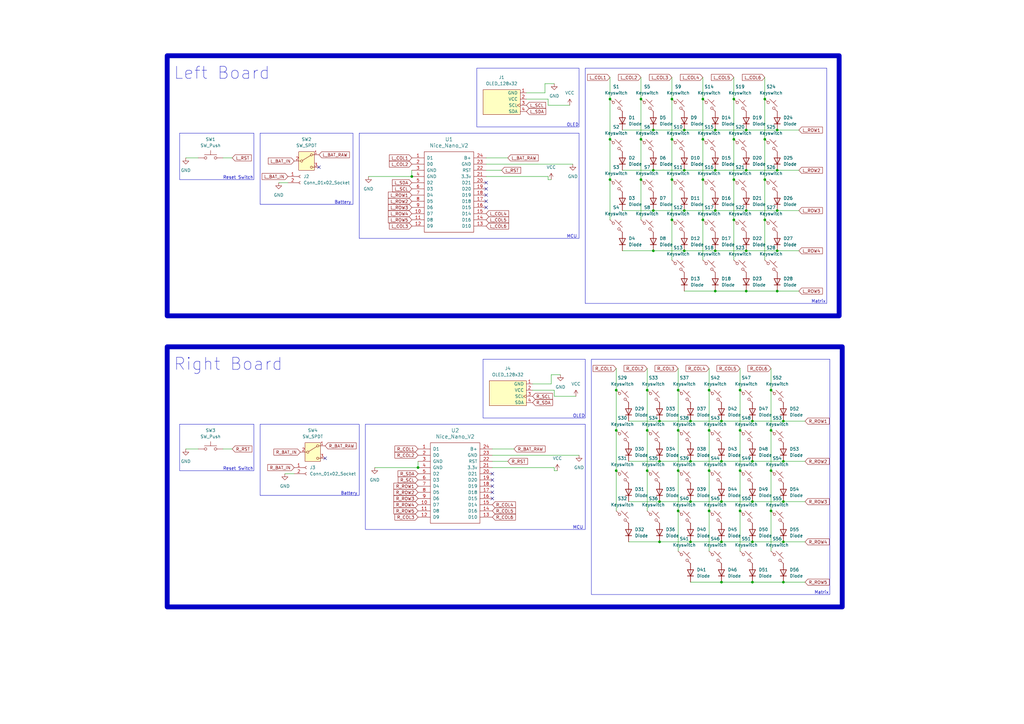
<source format=kicad_sch>
(kicad_sch (version 20230121) (generator eeschema)
  (paper "A3")
  (title_block (title "Blahajergo"))
  (junction (at 306.07 53.34))
  (junction (at 267.97 102.87))
  (junction (at 293.37 102.87))
  (junction (at 265.43 160.02))
  (junction (at 293.37 119.38))
  (junction (at 250.19 57.15))
  (junction (at 250.19 73.66))
  (junction (at 267.97 53.34))
  (junction (at 295.91 222.25))
  (junction (at 318.77 102.87))
  (junction (at 318.77 86.36))
  (junction (at 288.29 73.66))
  (junction (at 318.77 119.38))
  (junction (at 252.73 160.02))
  (junction (at 267.97 69.85))
  (junction (at 280.67 69.85))
  (junction (at 288.29 57.15))
  (junction (at 171.45 191.77))
  (junction (at 290.83 176.53))
  (junction (at 278.13 160.02))
  (junction (at 283.21 205.74))
  (junction (at 283.21 189.23))
  (junction (at 270.51 189.23))
  (junction (at 308.61 238.76))
  (junction (at 293.37 53.34))
  (junction (at 308.61 205.74))
  (junction (at 316.23 176.53))
  (junction (at 250.19 40.64))
  (junction (at 283.21 222.25))
  (junction (at 293.37 69.85))
  (junction (at 313.69 57.15))
  (junction (at 303.53 160.02))
  (junction (at 295.91 172.72))
  (junction (at 300.99 57.15))
  (junction (at 306.07 102.87))
  (junction (at 280.67 53.34))
  (junction (at 293.37 86.36))
  (junction (at 316.23 193.04))
  (junction (at 303.53 209.55))
  (junction (at 308.61 189.23))
  (junction (at 288.29 40.64))
  (junction (at 290.83 193.04))
  (junction (at 306.07 119.38))
  (junction (at 275.59 40.64))
  (junction (at 321.31 238.76))
  (junction (at 321.31 222.25))
  (junction (at 295.91 238.76))
  (junction (at 321.31 205.74))
  (junction (at 267.97 86.36))
  (junction (at 313.69 90.17))
  (junction (at 313.69 40.64))
  (junction (at 303.53 176.53))
  (junction (at 278.13 209.55))
  (junction (at 280.67 102.87))
  (junction (at 318.77 53.34))
  (junction (at 252.73 176.53))
  (junction (at 300.99 40.64))
  (junction (at 168.91 72.39))
  (junction (at 275.59 90.17))
  (junction (at 300.99 73.66))
  (junction (at 306.07 69.85))
  (junction (at 295.91 205.74))
  (junction (at 318.77 69.85))
  (junction (at 306.07 86.36))
  (junction (at 316.23 160.02))
  (junction (at 283.21 172.72))
  (junction (at 300.99 90.17))
  (junction (at 278.13 176.53))
  (junction (at 270.51 205.74))
  (junction (at 295.91 189.23))
  (junction (at 308.61 172.72))
  (junction (at 288.29 90.17))
  (junction (at 265.43 193.04))
  (junction (at 270.51 222.25))
  (junction (at 262.89 40.64))
  (junction (at 321.31 189.23))
  (junction (at 265.43 176.53))
  (junction (at 303.53 193.04))
  (junction (at 262.89 57.15))
  (junction (at 280.67 86.36))
  (junction (at 308.61 222.25))
  (junction (at 278.13 193.04))
  (junction (at 313.69 73.66))
  (junction (at 252.73 193.04))
  (junction (at 290.83 209.55))
  (junction (at 262.89 73.66))
  (junction (at 316.23 209.55))
  (junction (at 290.83 160.02))
  (junction (at 270.51 172.72))
  (junction (at 275.59 57.15))
  (junction (at 321.31 172.72))
  (junction (at 275.59 73.66))
  (no_connect (at 199.39 77.47))
  (no_connect (at 130.81 68.58))
  (no_connect (at 201.93 194.31))
  (no_connect (at 201.93 196.85))
  (no_connect (at 199.39 80.01))
  (no_connect (at 201.93 204.47))
  (no_connect (at 201.93 201.93))
  (no_connect (at 199.39 74.93))
  (no_connect (at 201.93 199.39))
  (no_connect (at 199.39 85.09))
  (no_connect (at 133.35 187.96))
  (no_connect (at 199.39 82.55))
  (wire (pts (xy 308.61 222.25) (xy 321.31 222.25)))
  (wire (pts (xy 278.13 193.04) (xy 278.13 209.55)))
  (wire (pts (xy 290.83 176.53) (xy 290.83 193.04)))
  (wire (pts (xy 313.69 31.75) (xy 313.69 40.64)))
  (wire (pts (xy 275.59 57.15) (xy 275.59 73.66)))
  (wire (pts (xy 76.2 184.15) (xy 81.28 184.15)))
  (wire (pts (xy 280.67 86.36) (xy 293.37 86.36)))
  (wire (pts (xy 151.13 72.39) (xy 168.91 72.39)))
  (wire (pts (xy 295.91 222.25) (xy 308.61 222.25)))
  (wire (pts (xy 327.66 102.87) (xy 318.77 102.87)))
  (wire (pts (xy 257.81 222.25) (xy 270.51 222.25)))
  (wire (pts (xy 308.61 172.72) (xy 321.31 172.72)))
  (wire (pts (xy 290.83 151.13) (xy 290.83 160.02)))
  (wire (pts (xy 330.2 172.72) (xy 321.31 172.72)))
  (wire (pts (xy 278.13 209.55) (xy 278.13 226.06)))
  (wire (pts (xy 227.33 193.04) (xy 227.33 191.77)))
  (wire (pts (xy 95.25 184.15) (xy 91.44 184.15)))
  (wire (pts (xy 252.73 193.04) (xy 252.73 209.55)))
  (wire (pts (xy 300.99 73.66) (xy 300.99 90.17)))
  (wire (pts (xy 300.99 57.15) (xy 300.99 73.66)))
  (wire (pts (xy 290.83 193.04) (xy 290.83 209.55)))
  (wire (pts (xy 306.07 86.36) (xy 318.77 86.36)))
  (wire (pts (xy 303.53 160.02) (xy 303.53 176.53)))
  (wire (pts (xy 262.89 73.66) (xy 262.89 90.17)))
  (wire (pts (xy 171.45 189.23) (xy 171.45 191.77)))
  (wire (pts (xy 327.66 69.85) (xy 318.77 69.85)))
  (wire (pts (xy 116.84 194.31) (xy 120.65 194.31)))
  (wire (pts (xy 278.13 176.53) (xy 278.13 193.04)))
  (wire (pts (xy 265.43 176.53) (xy 265.43 193.04)))
  (wire (pts (xy 224.79 72.39) (xy 199.39 72.39)))
  (wire (pts (xy 318.77 86.36) (xy 327.66 86.36)))
  (wire (pts (xy 316.23 151.13) (xy 316.23 160.02)))
  (wire (pts (xy 330.2 222.25) (xy 321.31 222.25)))
  (wire (pts (xy 318.77 119.38) (xy 327.66 119.38)))
  (wire (pts (xy 295.91 205.74) (xy 308.61 205.74)))
  (wire (pts (xy 306.07 102.87) (xy 318.77 102.87)))
  (wire (pts (xy 306.07 53.34) (xy 318.77 53.34)))
  (wire (pts (xy 300.99 31.75) (xy 300.99 40.64)))
  (wire (pts (xy 252.73 151.13) (xy 252.73 160.02)))
  (wire (pts (xy 270.51 189.23) (xy 283.21 189.23)))
  (wire (pts (xy 313.69 90.17) (xy 313.69 106.68)))
  (wire (pts (xy 295.91 238.76) (xy 308.61 238.76)))
  (wire (pts (xy 224.79 43.18) (xy 224.79 40.64)))
  (wire (pts (xy 290.83 209.55) (xy 290.83 226.06)))
  (wire (pts (xy 208.28 189.23) (xy 201.93 189.23)))
  (wire (pts (xy 227.33 160.02) (xy 218.44 160.02)))
  (wire (pts (xy 283.21 222.25) (xy 295.91 222.25)))
  (wire (pts (xy 303.53 151.13) (xy 303.53 160.02)))
  (wire (pts (xy 303.53 209.55) (xy 303.53 226.06)))
  (wire (pts (xy 306.07 119.38) (xy 318.77 119.38)))
  (wire (pts (xy 226.06 157.48) (xy 218.44 157.48)))
  (wire (pts (xy 303.53 193.04) (xy 303.53 209.55)))
  (wire (pts (xy 205.74 69.85) (xy 199.39 69.85)))
  (wire (pts (xy 76.2 64.77) (xy 81.28 64.77)))
  (wire (pts (xy 293.37 86.36) (xy 306.07 86.36)))
  (wire (pts (xy 280.67 102.87) (xy 293.37 102.87)))
  (wire (pts (xy 267.97 53.34) (xy 280.67 53.34)))
  (wire (pts (xy 306.07 69.85) (xy 318.77 69.85)))
  (wire (pts (xy 252.73 160.02) (xy 252.73 176.53)))
  (wire (pts (xy 283.21 238.76) (xy 295.91 238.76)))
  (wire (pts (xy 255.27 86.36) (xy 267.97 86.36)))
  (wire (pts (xy 237.49 186.69) (xy 201.93 186.69)))
  (wire (pts (xy 308.61 189.23) (xy 321.31 189.23)))
  (wire (pts (xy 228.6 193.04) (xy 227.33 193.04)))
  (wire (pts (xy 275.59 90.17) (xy 275.59 106.68)))
  (wire (pts (xy 293.37 69.85) (xy 306.07 69.85)))
  (wire (pts (xy 280.67 69.85) (xy 293.37 69.85)))
  (wire (pts (xy 313.69 40.64) (xy 313.69 57.15)))
  (wire (pts (xy 290.83 160.02) (xy 290.83 176.53)))
  (wire (pts (xy 255.27 69.85) (xy 267.97 69.85)))
  (wire (pts (xy 278.13 151.13) (xy 278.13 160.02)))
  (wire (pts (xy 226.06 73.66) (xy 224.79 73.66)))
  (wire (pts (xy 95.25 64.77) (xy 91.44 64.77)))
  (wire (pts (xy 316.23 160.02) (xy 316.23 176.53)))
  (wire (pts (xy 208.28 64.77) (xy 199.39 64.77)))
  (wire (pts (xy 236.22 162.56) (xy 227.33 162.56)))
  (wire (pts (xy 278.13 160.02) (xy 278.13 176.53)))
  (wire (pts (xy 275.59 40.64) (xy 275.59 57.15)))
  (wire (pts (xy 280.67 53.34) (xy 293.37 53.34)))
  (wire (pts (xy 321.31 205.74) (xy 330.2 205.74)))
  (wire (pts (xy 295.91 189.23) (xy 308.61 189.23)))
  (wire (pts (xy 250.19 57.15) (xy 250.19 73.66)))
  (wire (pts (xy 300.99 40.64) (xy 300.99 57.15)))
  (wire (pts (xy 275.59 31.75) (xy 275.59 40.64)))
  (wire (pts (xy 250.19 31.75) (xy 250.19 40.64)))
  (wire (pts (xy 280.67 119.38) (xy 293.37 119.38)))
  (wire (pts (xy 288.29 31.75) (xy 288.29 40.64)))
  (wire (pts (xy 267.97 69.85) (xy 280.67 69.85)))
  (wire (pts (xy 313.69 73.66) (xy 313.69 90.17)))
  (wire (pts (xy 300.99 90.17) (xy 300.99 106.68)))
  (wire (pts (xy 321.31 238.76) (xy 330.2 238.76)))
  (wire (pts (xy 288.29 73.66) (xy 288.29 90.17)))
  (wire (pts (xy 303.53 176.53) (xy 303.53 193.04)))
  (wire (pts (xy 270.51 222.25) (xy 283.21 222.25)))
  (wire (pts (xy 270.51 205.74) (xy 283.21 205.74)))
  (wire (pts (xy 224.79 40.64) (xy 215.9 40.64)))
  (wire (pts (xy 262.89 40.64) (xy 262.89 57.15)))
  (wire (pts (xy 114.3 74.93) (xy 118.11 74.93)))
  (wire (pts (xy 224.79 73.66) (xy 224.79 72.39)))
  (wire (pts (xy 265.43 151.13) (xy 265.43 160.02)))
  (wire (pts (xy 308.61 205.74) (xy 321.31 205.74)))
  (wire (pts (xy 283.21 205.74) (xy 295.91 205.74)))
  (wire (pts (xy 283.21 172.72) (xy 295.91 172.72)))
  (wire (pts (xy 229.87 153.67) (xy 226.06 153.67)))
  (wire (pts (xy 267.97 86.36) (xy 280.67 86.36)))
  (wire (pts (xy 226.06 153.67) (xy 226.06 157.48)))
  (wire (pts (xy 262.89 57.15) (xy 262.89 73.66)))
  (wire (pts (xy 265.43 160.02) (xy 265.43 176.53)))
  (wire (pts (xy 168.91 69.85) (xy 168.91 72.39)))
  (wire (pts (xy 262.89 31.75) (xy 262.89 40.64)))
  (wire (pts (xy 265.43 193.04) (xy 265.43 209.55)))
  (wire (pts (xy 275.59 73.66) (xy 275.59 90.17)))
  (wire (pts (xy 267.97 102.87) (xy 280.67 102.87)))
  (wire (pts (xy 233.68 43.18) (xy 224.79 43.18)))
  (wire (pts (xy 210.82 184.15) (xy 201.93 184.15)))
  (wire (pts (xy 293.37 119.38) (xy 306.07 119.38)))
  (wire (pts (xy 250.19 40.64) (xy 250.19 57.15)))
  (wire (pts (xy 255.27 53.34) (xy 267.97 53.34)))
  (wire (pts (xy 227.33 34.29) (xy 223.52 34.29)))
  (wire (pts (xy 270.51 172.72) (xy 283.21 172.72)))
  (wire (pts (xy 257.81 189.23) (xy 270.51 189.23)))
  (wire (pts (xy 234.95 67.31) (xy 199.39 67.31)))
  (wire (pts (xy 257.81 172.72) (xy 270.51 172.72)))
  (wire (pts (xy 316.23 193.04) (xy 316.23 209.55)))
  (wire (pts (xy 295.91 172.72) (xy 308.61 172.72)))
  (wire (pts (xy 223.52 34.29) (xy 223.52 38.1)))
  (wire (pts (xy 288.29 90.17) (xy 288.29 106.68)))
  (wire (pts (xy 308.61 238.76) (xy 321.31 238.76)))
  (wire (pts (xy 223.52 38.1) (xy 215.9 38.1)))
  (wire (pts (xy 330.2 189.23) (xy 321.31 189.23)))
  (wire (pts (xy 313.69 57.15) (xy 313.69 73.66)))
  (wire (pts (xy 283.21 189.23) (xy 295.91 189.23)))
  (wire (pts (xy 327.66 53.34) (xy 318.77 53.34)))
  (wire (pts (xy 316.23 209.55) (xy 316.23 226.06)))
  (wire (pts (xy 255.27 102.87) (xy 267.97 102.87)))
  (wire (pts (xy 227.33 191.77) (xy 201.93 191.77)))
  (wire (pts (xy 288.29 40.64) (xy 288.29 57.15)))
  (wire (pts (xy 316.23 176.53) (xy 316.23 193.04)))
  (wire (pts (xy 153.67 191.77) (xy 171.45 191.77)))
  (wire (pts (xy 250.19 73.66) (xy 250.19 90.17)))
  (wire (pts (xy 257.81 205.74) (xy 270.51 205.74)))
  (wire (pts (xy 293.37 102.87) (xy 306.07 102.87)))
  (wire (pts (xy 227.33 162.56) (xy 227.33 160.02)))
  (wire (pts (xy 288.29 57.15) (xy 288.29 73.66)))
  (wire (pts (xy 293.37 53.34) (xy 306.07 53.34)))
  (wire (pts (xy 252.73 176.53) (xy 252.73 193.04)))
  (rectangle (start 106.68 173.99) (end 147.32 203.2))
  (rectangle (start 149.86 173.99) (end 240.03 217.17))
  (rectangle (start 242.57 147.32) (end 340.36 243.84))
  (rectangle (start 68.58 142.24) (end 345.44 248.92) (stroke (width 2)))
  (rectangle (start 73.66 173.99) (end 104.14 193.04))
  (rectangle (start 195.58 27.94) (end 237.49 52.07))
  (rectangle (start 147.32 54.61) (end 237.49 97.79))
  (rectangle (start 106.68 54.61) (end 144.78 83.82))
  (rectangle (start 68.58 22.86) (end 344.17 129.54) (stroke (width 2)))
  (rectangle (start 73.66 54.61) (end 104.14 73.66))
  (rectangle (start 198.12 147.32) (end 240.03 171.45))
  (rectangle (start 240.03 27.94) (end 339.09 124.46))
  (text "OLED" (at 234.95 171.45 0) (effects (font (size 1.27 1.27)) (justify left bottom)))
  (text "Right Board" (at 71.12 152.4 0) (effects (font (size 5 5)) (justify left bottom)))
  (text "MCU" (at 234.95 217.17 0) (effects (font (size 1.27 1.27)) (justify left bottom)))
  (text "Battery" (at 139.7 203.2 0) (effects (font (size 1.27 1.27)) (justify left bottom)))
  (text "MCU" (at 232.41 97.79 0) (effects (font (size 1.27 1.27)) (justify left bottom)))
  (text "Reset Switch" (at 91.44 73.66 0) (effects (font (size 1.27 1.27)) (justify left bottom)))
  (text "Left Board" (at 71.12 33.02 0) (effects (font (size 5 5)) (justify left bottom)))
  (text "Reset Switch" (at 91.44 193.04 0) (effects (font (size 1.27 1.27)) (justify left bottom)))
  (text "OLED" (at 232.41 52.07 0) (effects (font (size 1.27 1.27)) (justify left bottom)))
  (text "Matrix" (at 334.01 243.84 0) (effects (font (size 1.27 1.27)) (justify left bottom)))
  (text "Matrix" (at 332.74 124.46 0) (effects (font (size 1.27 1.27)) (justify left bottom)))
  (text "Battery" (at 137.16 83.82 0) (effects (font (size 1.27 1.27)) (justify left bottom)))
  (global_label "R_ROW2" (shape input) (at 330.2 189.23 0) (property "Intersheetrefs" "${INTERSHEET_REFS}" (effects hide)))
  (global_label "L_COL4" (shape input) (at 199.39 87.63 0) (property "Intersheetrefs" "${INTERSHEET_REFS}" (effects hide)))
  (global_label "R_ROW2" (shape input) (at 171.45 201.93 180) (property "Intersheetrefs" "${INTERSHEET_REFS}" (effects hide)))
  (global_label "L_RST" (shape input) (at 95.25 64.77 0) (property "Intersheetrefs" "${INTERSHEET_REFS}" (effects hide)))
  (global_label "L_COL5" (shape input) (at 300.99 31.75 180) (property "Intersheetrefs" "${INTERSHEET_REFS}" (effects hide)))
  (global_label "L_ROW1" (shape input) (at 327.66 53.34 0) (property "Intersheetrefs" "${INTERSHEET_REFS}" (effects hide)))
  (global_label "R_ROW1" (shape input) (at 171.45 199.39 180) (property "Intersheetrefs" "${INTERSHEET_REFS}" (effects hide)))
  (global_label "L_ROW4" (shape input) (at 327.66 102.87 0) (property "Intersheetrefs" "${INTERSHEET_REFS}" (effects hide)))
  (global_label "R_ROW4" (shape input) (at 171.45 207.01 180) (property "Intersheetrefs" "${INTERSHEET_REFS}" (effects hide)))
  (global_label "R_COL1" (shape input) (at 171.45 184.15 180) (property "Intersheetrefs" "${INTERSHEET_REFS}" (effects hide)))
  (global_label "L_COL4" (shape input) (at 288.29 31.75 180) (property "Intersheetrefs" "${INTERSHEET_REFS}" (effects hide)))
  (global_label "L_ROW2" (shape input) (at 168.91 82.55 180) (property "Intersheetrefs" "${INTERSHEET_REFS}" (effects hide)))
  (global_label "R_ROW3" (shape input) (at 171.45 204.47 180) (property "Intersheetrefs" "${INTERSHEET_REFS}" (effects hide)))
  (global_label "R_COL1" (shape input) (at 252.73 151.13 180) (property "Intersheetrefs" "${INTERSHEET_REFS}" (effects hide)))
  (global_label "L_ROW2" (shape input) (at 327.66 69.85 0) (property "Intersheetrefs" "${INTERSHEET_REFS}" (effects hide)))
  (global_label "L_SCL" (shape input) (at 215.9 43.18 0) (property "Intersheetrefs" "${INTERSHEET_REFS}" (effects hide)))
  (global_label "R_ROW5" (shape input) (at 330.2 238.76 0) (property "Intersheetrefs" "${INTERSHEET_REFS}" (effects hide)))
  (global_label "L_ROW5" (shape input) (at 168.91 90.17 180) (property "Intersheetrefs" "${INTERSHEET_REFS}" (effects hide)))
  (global_label "L_COL1" (shape input) (at 250.19 31.75 180) (property "Intersheetrefs" "${INTERSHEET_REFS}" (effects hide)))
  (global_label "R_SDA" (shape input) (at 218.44 165.1 0) (property "Intersheetrefs" "${INTERSHEET_REFS}" (effects hide)))
  (global_label "R_COL5" (shape input) (at 201.93 209.55 0) (property "Intersheetrefs" "${INTERSHEET_REFS}" (effects hide)))
  (global_label "R_RST" (shape input) (at 95.25 184.15 0) (property "Intersheetrefs" "${INTERSHEET_REFS}" (effects hide)))
  (global_label "R_BAT_RAW" (shape input) (at 133.35 182.88 0) (property "Intersheetrefs" "${INTERSHEET_REFS}" (effects hide)))
  (global_label "L_ROW4" (shape input) (at 168.91 87.63 180) (property "Intersheetrefs" "${INTERSHEET_REFS}" (effects hide)))
  (global_label "L_COL2" (shape input) (at 168.91 67.31 180) (property "Intersheetrefs" "${INTERSHEET_REFS}" (effects hide)))
  (global_label "R_COL2" (shape input) (at 171.45 186.69 180) (property "Intersheetrefs" "${INTERSHEET_REFS}" (effects hide)))
  (global_label "L_BAT_RAW" (shape input) (at 208.28 64.77 0) (property "Intersheetrefs" "${INTERSHEET_REFS}" (effects hide)))
  (global_label "L_BAT_RAW" (shape input) (at 130.81 63.5 0) (property "Intersheetrefs" "${INTERSHEET_REFS}" (effects hide)))
  (global_label "L_COL6" (shape input) (at 199.39 92.71 0) (property "Intersheetrefs" "${INTERSHEET_REFS}" (effects hide)))
  (global_label "R_SCL" (shape input) (at 171.45 196.85 180) (property "Intersheetrefs" "${INTERSHEET_REFS}" (effects hide)))
  (global_label "R_COL4" (shape input) (at 201.93 207.01 0) (property "Intersheetrefs" "${INTERSHEET_REFS}" (effects hide)))
  (global_label "L_COL3" (shape input) (at 275.59 31.75 180) (property "Intersheetrefs" "${INTERSHEET_REFS}" (effects hide)))
  (global_label "R_COL3" (shape input) (at 171.45 212.09 180) (property "Intersheetrefs" "${INTERSHEET_REFS}" (effects hide)))
  (global_label "R_COL5" (shape input) (at 303.53 151.13 180) (property "Intersheetrefs" "${INTERSHEET_REFS}" (effects hide)))
  (global_label "L_COL6" (shape input) (at 313.69 31.75 180) (property "Intersheetrefs" "${INTERSHEET_REFS}" (effects hide)))
  (global_label "R_COL6" (shape input) (at 316.23 151.13 180) (property "Intersheetrefs" "${INTERSHEET_REFS}" (effects hide)))
  (global_label "R_SCL" (shape input) (at 218.44 162.56 0) (property "Intersheetrefs" "${INTERSHEET_REFS}" (effects hide)))
  (global_label "R_COL4" (shape input) (at 290.83 151.13 180) (property "Intersheetrefs" "${INTERSHEET_REFS}" (effects hide)))
  (global_label "L_SDA" (shape input) (at 168.91 74.93 180) (property "Intersheetrefs" "${INTERSHEET_REFS}" (effects hide)))
  (global_label "R_SDA" (shape input) (at 171.45 194.31 180) (property "Intersheetrefs" "${INTERSHEET_REFS}" (effects hide)))
  (global_label "L_SCL" (shape input) (at 168.91 77.47 180) (property "Intersheetrefs" "${INTERSHEET_REFS}" (effects hide)))
  (global_label "L_ROW5" (shape input) (at 327.66 119.38 0) (property "Intersheetrefs" "${INTERSHEET_REFS}" (effects hide)))
  (global_label "R_BAT_IN" (shape input) (at 123.19 185.42 180) (property "Intersheetrefs" "${INTERSHEET_REFS}" (effects hide)))
  (global_label "R_COL2" (shape input) (at 265.43 151.13 180) (property "Intersheetrefs" "${INTERSHEET_REFS}" (effects hide)))
  (global_label "L_ROW3" (shape input) (at 168.91 85.09 180) (property "Intersheetrefs" "${INTERSHEET_REFS}" (effects hide)))
  (global_label "L_COL3" (shape input) (at 168.91 92.71 180) (property "Intersheetrefs" "${INTERSHEET_REFS}" (effects hide)))
  (global_label "R_ROW5" (shape input) (at 171.45 209.55 180) (property "Intersheetrefs" "${INTERSHEET_REFS}" (effects hide)))
  (global_label "L_BAT_IN" (shape input) (at 120.65 66.04 180) (property "Intersheetrefs" "${INTERSHEET_REFS}" (effects hide)))
  (global_label "L_BAT_IN" (shape input) (at 118.11 72.39 180) (property "Intersheetrefs" "${INTERSHEET_REFS}" (effects hide)))
  (global_label "L_COL1" (shape input) (at 168.91 64.77 180) (property "Intersheetrefs" "${INTERSHEET_REFS}" (effects hide)))
  (global_label "R_BAT_RAW" (shape input) (at 210.82 184.15 0) (property "Intersheetrefs" "${INTERSHEET_REFS}" (effects hide)))
  (global_label "L_ROW3" (shape input) (at 327.66 86.36 0) (property "Intersheetrefs" "${INTERSHEET_REFS}" (effects hide)))
  (global_label "R_RST" (shape input) (at 208.28 189.23 0) (property "Intersheetrefs" "${INTERSHEET_REFS}" (effects hide)))
  (global_label "L_RST" (shape input) (at 205.74 69.85 0) (property "Intersheetrefs" "${INTERSHEET_REFS}" (effects hide)))
  (global_label "R_COL6" (shape input) (at 201.93 212.09 0) (property "Intersheetrefs" "${INTERSHEET_REFS}" (effects hide)))
  (global_label "L_COL2" (shape input) (at 262.89 31.75 180) (property "Intersheetrefs" "${INTERSHEET_REFS}" (effects hide)))
  (global_label "R_ROW1" (shape input) (at 330.2 172.72 0) (property "Intersheetrefs" "${INTERSHEET_REFS}" (effects hide)))
  (global_label "R_BAT_IN" (shape input) (at 120.65 191.77 180) (property "Intersheetrefs" "${INTERSHEET_REFS}" (effects hide)))
  (global_label "L_SDA" (shape input) (at 215.9 45.72 0) (property "Intersheetrefs" "${INTERSHEET_REFS}" (effects hide)))
  (global_label "L_ROW1" (shape input) (at 168.91 80.01 180) (property "Intersheetrefs" "${INTERSHEET_REFS}" (effects hide)))
  (global_label "R_ROW3" (shape input) (at 330.2 205.74 0) (property "Intersheetrefs" "${INTERSHEET_REFS}" (effects hide)))
  (global_label "R_COL3" (shape input) (at 278.13 151.13 180) (property "Intersheetrefs" "${INTERSHEET_REFS}" (effects hide)))
  (global_label "L_COL5" (shape input) (at 199.39 90.17 0) (property "Intersheetrefs" "${INTERSHEET_REFS}" (effects hide)))
  (global_label "R_ROW4" (shape input) (at 330.2 222.25 0) (property "Intersheetrefs" "${INTERSHEET_REFS}" (effects hide)))
  (symbol (lib_id "ScottoKeebs:Placeholder_Keyswitch") (at 267.97 162.56 0) (unit 1)
    (property "Reference" "S33" (at 267.97 154.94 0))
    (property "Value" "Keyswitch" (at 267.97 157.48 0))
    (property "Footprint" "ScottoKeebs_Hotswap:Hotswap_Choc_V1" (effects hide))
  )
  (symbol (lib_id "Switch:SW_SPDT") (at 128.27 185.42 0) (unit 1)
    (property "Reference" "SW4" (at 128.27 176.53 0))
    (property "Value" "SW_SPDT" (at 128.27 179.07 0))
    (property "Footprint" "chinh4thepro:SPDT_C128955" (effects hide))
  )
  (symbol (lib_id "ScottoKeebs:Placeholder_Diode") (at 306.07 66.04 90) (unit 1)
    (property "Reference" "D20" (at 308.61 64.77 90) (effects (justify right)))
    (property "Value" "Diode" (at 308.61 67.31 90) (effects (justify right)))
    (property "Footprint" "chinh4thepro:ComboDiode" (effects hide))
    (property "Sim.Device" "D" (effects hide))
    (property "Sim.Pins" "1=K 2=A" (effects hide))
  )
  (symbol (lib_id "ScottoKeebs:Placeholder_Keyswitch") (at 280.67 162.56 0) (unit 1)
    (property "Reference" "S37" (at 280.67 154.94 0))
    (property "Value" "Keyswitch" (at 280.67 157.48 0))
    (property "Footprint" "ScottoKeebs_Hotswap:Hotswap_Choc_V1" (effects hide))
  )
  (symbol (lib_id "ScottoKeebs:Placeholder_Keyswitch") (at 290.83 109.22 0) (unit 1)
    (property "Reference" "S18" (at 290.83 101.6 0))
    (property "Value" "Keyswitch" (at 290.83 104.14 0))
    (property "Footprint" "ScottoKeebs_Hotswap:Hotswap_Choc_V1" (effects hide))
  )
  (symbol (lib_id "ScottoKeebs:Placeholder_Diode") (at 295.91 218.44 90) (unit 1)
    (property "Reference" "D45" (at 298.45 217.17 90) (effects (justify right)))
    (property "Value" "Diode" (at 298.45 219.71 90) (effects (justify right)))
    (property "Footprint" "chinh4thepro:ComboDiode" (effects hide))
    (property "Sim.Device" "D" (effects hide))
    (property "Sim.Pins" "1=K 2=A" (effects hide))
  )
  (symbol (lib_id "power:GND") (at 153.67 191.77 0) (unit 1)
    (property "Reference" "#PWR010" (effects hide))
    (property "Value" "GND" (at 153.67 196.85 0))
  )
  (symbol (lib_id "ScottoKeebs:Placeholder_Keyswitch") (at 280.67 228.6 0) (unit 1)
    (property "Reference" "S41" (at 280.67 220.98 0))
    (property "Value" "Keyswitch" (at 280.67 223.52 0))
    (property "Footprint" "ScottoKeebs_Hotswap:Hotswap_Choc_V1" (effects hide))
  )
  (symbol (lib_id "power:GND") (at 151.13 72.39 0) (unit 1)
    (property "Reference" "#PWR03" (effects hide))
    (property "Value" "GND" (at 151.13 77.47 0))
  )
  (symbol (lib_id "ScottoKeebs:Placeholder_Diode") (at 306.07 99.06 90) (unit 1)
    (property "Reference" "D22" (at 308.61 97.79 90) (effects (justify right)))
    (property "Value" "Diode" (at 308.61 100.33 90) (effects (justify right)))
    (property "Footprint" "chinh4thepro:ComboDiode" (effects hide))
    (property "Sim.Device" "D" (effects hide))
    (property "Sim.Pins" "1=K 2=A" (effects hide))
  )
  (symbol (lib_id "ScottoKeebs:Placeholder_Keyswitch") (at 303.53 59.69 0) (unit 1)
    (property "Reference" "S20" (at 303.53 52.07 0))
    (property "Value" "Keyswitch" (at 303.53 54.61 0))
    (property "Footprint" "ScottoKeebs_Hotswap:Hotswap_Choc_V1" (effects hide))
  )
  (symbol (lib_id "ScottoKeebs:Placeholder_Diode") (at 255.27 82.55 90) (unit 1)
    (property "Reference" "D3" (at 257.81 81.28 90) (effects (justify right)))
    (property "Value" "Diode" (at 257.81 83.82 90) (effects (justify right)))
    (property "Footprint" "chinh4thepro:ComboDiode" (effects hide))
    (property "Sim.Device" "D" (effects hide))
    (property "Sim.Pins" "1=K 2=A" (effects hide))
  )
  (symbol (lib_id "ScottoKeebs:Placeholder_Keyswitch") (at 265.43 92.71 0) (unit 1)
    (property "Reference" "S8" (at 265.43 85.09 0))
    (property "Value" "Keyswitch" (at 265.43 87.63 0))
    (property "Footprint" "ScottoKeebs_Hotswap:Hotswap_Choc_V1" (effects hide))
  )
  (symbol (lib_id "ScottoKeebs:Placeholder_Diode") (at 280.67 115.57 90) (unit 1)
    (property "Reference" "D13" (at 283.21 114.3 90) (effects (justify right)))
    (property "Value" "Diode" (at 283.21 116.84 90) (effects (justify right)))
    (property "Footprint" "chinh4thepro:ComboDiode" (effects hide))
    (property "Sim.Device" "D" (effects hide))
    (property "Sim.Pins" "1=K 2=A" (effects hide))
  )
  (symbol (lib_id "ScottoKeebs:Placeholder_Diode") (at 257.81 185.42 90) (unit 1)
    (property "Reference" "D30" (at 260.35 184.15 90) (effects (justify right)))
    (property "Value" "Diode" (at 260.35 186.69 90) (effects (justify right)))
    (property "Footprint" "chinh4thepro:ComboDiode" (effects hide))
    (property "Sim.Device" "D" (effects hide))
    (property "Sim.Pins" "1=K 2=A" (effects hide))
  )
  (symbol (lib_id "ScottoKeebs:Placeholder_Diode") (at 308.61 201.93 90) (unit 1)
    (property "Reference" "D49" (at 311.15 200.66 90) (effects (justify right)))
    (property "Value" "Diode" (at 311.15 203.2 90) (effects (justify right)))
    (property "Footprint" "chinh4thepro:ComboDiode" (effects hide))
    (property "Sim.Device" "D" (effects hide))
    (property "Sim.Pins" "1=K 2=A" (effects hide))
  )
  (symbol (lib_id "ScottoKeebs:Placeholder_Keyswitch") (at 255.27 195.58 0) (unit 1)
    (property "Reference" "S31" (at 255.27 187.96 0))
    (property "Value" "Keyswitch" (at 255.27 190.5 0))
    (property "Footprint" "ScottoKeebs_Hotswap:Hotswap_Choc_V1" (effects hide))
  )
  (symbol (lib_id "ScottoKeebs:Placeholder_Diode") (at 306.07 49.53 90) (unit 1)
    (property "Reference" "D19" (at 308.61 48.26 90) (effects (justify right)))
    (property "Value" "Diode" (at 308.61 50.8 90) (effects (justify right)))
    (property "Footprint" "chinh4thepro:ComboDiode" (effects hide))
    (property "Sim.Device" "D" (effects hide))
    (property "Sim.Pins" "1=K 2=A" (effects hide))
  )
  (symbol (lib_id "ScottoKeebs:Placeholder_Keyswitch") (at 293.37 195.58 0) (unit 1)
    (property "Reference" "S44" (at 293.37 187.96 0))
    (property "Value" "Keyswitch" (at 293.37 190.5 0))
    (property "Footprint" "ScottoKeebs_Hotswap:Hotswap_Choc_V1" (effects hide))
  )
  (symbol (lib_id "ScottoKeebs:Placeholder_Diode") (at 257.81 218.44 90) (unit 1)
    (property "Reference" "D32" (at 260.35 217.17 90) (effects (justify right)))
    (property "Value" "Diode" (at 260.35 219.71 90) (effects (justify right)))
    (property "Footprint" "chinh4thepro:ComboDiode" (effects hide))
    (property "Sim.Device" "D" (effects hide))
    (property "Sim.Pins" "1=K 2=A" (effects hide))
  )
  (symbol (lib_id "ScottoKeebs:Placeholder_Diode") (at 295.91 185.42 90) (unit 1)
    (property "Reference" "D43" (at 298.45 184.15 90) (effects (justify right)))
    (property "Value" "Diode" (at 298.45 186.69 90) (effects (justify right)))
    (property "Footprint" "chinh4thepro:ComboDiode" (effects hide))
    (property "Sim.Device" "D" (effects hide))
    (property "Sim.Pins" "1=K 2=A" (effects hide))
  )
  (symbol (lib_id "ScottoKeebs:Placeholder_Keyswitch") (at 280.67 195.58 0) (unit 1)
    (property "Reference" "S39" (at 280.67 187.96 0))
    (property "Value" "Keyswitch" (at 280.67 190.5 0))
    (property "Footprint" "ScottoKeebs_Hotswap:Hotswap_Choc_V1" (effects hide))
  )
  (symbol (lib_id "ScottoKeebs:Placeholder_Keyswitch") (at 252.73 76.2 0) (unit 1)
    (property "Reference" "S3" (at 252.73 68.58 0))
    (property "Value" "Keyswitch" (at 252.73 71.12 0))
    (property "Footprint" "ScottoKeebs_Hotswap:Hotswap_Choc_V1" (effects hide))
  )
  (symbol (lib_id "ScottoKeebs:Placeholder_Keyswitch") (at 278.13 92.71 0) (unit 1)
    (property "Reference" "S12" (at 278.13 85.09 0))
    (property "Value" "Keyswitch" (at 278.13 87.63 0))
    (property "Footprint" "ScottoKeebs_Hotswap:Hotswap_Choc_V1" (effects hide))
  )
  (symbol (lib_id "ScottoKeebs:Placeholder_Diode") (at 255.27 49.53 90) (unit 1)
    (property "Reference" "D1" (at 257.81 48.26 90) (effects (justify right)))
    (property "Value" "Diode" (at 257.81 50.8 90) (effects (justify right)))
    (property "Footprint" "chinh4thepro:ComboDiode" (effects hide))
    (property "Sim.Device" "D" (effects hide))
    (property "Sim.Pins" "1=K 2=A" (effects hide))
  )
  (symbol (lib_id "ScottoKeebs:Placeholder_Diode") (at 280.67 99.06 90) (unit 1)
    (property "Reference" "D12" (at 283.21 97.79 90) (effects (justify right)))
    (property "Value" "Diode" (at 283.21 100.33 90) (effects (justify right)))
    (property "Footprint" "chinh4thepro:ComboDiode" (effects hide))
    (property "Sim.Device" "D" (effects hide))
    (property "Sim.Pins" "1=K 2=A" (effects hide))
  )
  (symbol (lib_id "power:GND") (at 76.2 184.15 0) (unit 1)
    (property "Reference" "#PWR08" (effects hide))
    (property "Value" "GND" (at 76.2 189.23 0))
  )
  (symbol (lib_id "ScottoKeebs:Placeholder_Keyswitch") (at 293.37 212.09 0) (unit 1)
    (property "Reference" "S45" (at 293.37 204.47 0))
    (property "Value" "Keyswitch" (at 293.37 207.01 0))
    (property "Footprint" "ScottoKeebs_Hotswap:Hotswap_Choc_V1" (effects hide))
  )
  (symbol (lib_id "ScottoKeebs:Placeholder_Keyswitch") (at 306.07 162.56 0) (unit 1)
    (property "Reference" "S47" (at 306.07 154.94 0))
    (property "Value" "Keyswitch" (at 306.07 157.48 0))
    (property "Footprint" "ScottoKeebs_Hotswap:Hotswap_Choc_V1" (effects hide))
  )
  (symbol (lib_id "ScottoKeebs:Placeholder_Keyswitch") (at 316.23 92.71 0) (unit 1)
    (property "Reference" "S27" (at 316.23 85.09 0))
    (property "Value" "Keyswitch" (at 316.23 87.63 0))
    (property "Footprint" "ScottoKeebs_Hotswap:Hotswap_Choc_V1" (effects hide))
  )
  (symbol (lib_id "ScottoKeebs:Placeholder_Diode") (at 283.21 168.91 90) (unit 1)
    (property "Reference" "D37" (at 285.75 167.64 90) (effects (justify right)))
    (property "Value" "Diode" (at 285.75 170.18 90) (effects (justify right)))
    (property "Footprint" "chinh4thepro:ComboDiode" (effects hide))
    (property "Sim.Device" "D" (effects hide))
    (property "Sim.Pins" "1=K 2=A" (effects hide))
  )
  (symbol (lib_id "Switch:SW_Push") (at 86.36 64.77 0) (unit 1)
    (property "Reference" "SW1" (at 86.36 57.15 0))
    (property "Value" "SW_Push" (at 86.36 59.69 0))
    (property "Footprint" "chinh4thepro:SW_TACT_ALPS_SKQGABE010" (effects hide))
  )
  (symbol (lib_id "ScottoKeebs:Placeholder_Keyswitch") (at 267.97 195.58 0) (unit 1)
    (property "Reference" "S35" (at 267.97 187.96 0))
    (property "Value" "Keyswitch" (at 267.97 190.5 0))
    (property "Footprint" "ScottoKeebs_Hotswap:Hotswap_Choc_V1" (effects hide))
  )
  (symbol (lib_id "ScottoKeebs:Placeholder_Diode") (at 321.31 218.44 90) (unit 1)
    (property "Reference" "D55" (at 323.85 217.17 90) (effects (justify right)))
    (property "Value" "Diode" (at 323.85 219.71 90) (effects (justify right)))
    (property "Footprint" "chinh4thepro:ComboDiode" (effects hide))
    (property "Sim.Device" "D" (effects hide))
    (property "Sim.Pins" "1=K 2=A" (effects hide))
  )
  (symbol (lib_id "ScottoKeebs:Placeholder_Keyswitch") (at 280.67 212.09 0) (unit 1)
    (property "Reference" "S40" (at 280.67 204.47 0))
    (property "Value" "Keyswitch" (at 280.67 207.01 0))
    (property "Footprint" "ScottoKeebs_Hotswap:Hotswap_Choc_V1" (effects hide))
  )
  (symbol (lib_id "ScottoKeebs:Placeholder_Diode") (at 306.07 82.55 90) (unit 1)
    (property "Reference" "D21" (at 308.61 81.28 90) (effects (justify right)))
    (property "Value" "Diode" (at 308.61 83.82 90) (effects (justify right)))
    (property "Footprint" "chinh4thepro:ComboDiode" (effects hide))
    (property "Sim.Device" "D" (effects hide))
    (property "Sim.Pins" "1=K 2=A" (effects hide))
  )
  (symbol (lib_id "ScottoKeebs:Placeholder_Diode") (at 280.67 82.55 90) (unit 1)
    (property "Reference" "D11" (at 283.21 81.28 90) (effects (justify right)))
    (property "Value" "Diode" (at 283.21 83.82 90) (effects (justify right)))
    (property "Footprint" "chinh4thepro:ComboDiode" (effects hide))
    (property "Sim.Device" "D" (effects hide))
    (property "Sim.Pins" "1=K 2=A" (effects hide))
  )
  (symbol (lib_id "ScottoKeebs:Placeholder_Keyswitch") (at 306.07 212.09 0) (unit 1)
    (property "Reference" "S50" (at 306.07 204.47 0))
    (property "Value" "Keyswitch" (at 306.07 207.01 0))
    (property "Footprint" "ScottoKeebs_Hotswap:Hotswap_Choc_V1" (effects hide))
  )
  (symbol (lib_id "ScottoKeebs:Placeholder_Diode") (at 308.61 185.42 90) (unit 1)
    (property "Reference" "D48" (at 311.15 184.15 90) (effects (justify right)))
    (property "Value" "Diode" (at 311.15 186.69 90) (effects (justify right)))
    (property "Footprint" "chinh4thepro:ComboDiode" (effects hide))
    (property "Sim.Device" "D" (effects hide))
    (property "Sim.Pins" "1=K 2=A" (effects hide))
  )
  (symbol (lib_id "power:VCC") (at 233.68 43.18 0) (unit 1)
    (property "Reference" "#PWR04" (effects hide))
    (property "Value" "VCC" (at 233.68 38.1 0))
  )
  (symbol (lib_id "ScottoKeebs:Placeholder_Diode") (at 267.97 82.55 90) (unit 1)
    (property "Reference" "D7" (at 270.51 81.28 90) (effects (justify right)))
    (property "Value" "Diode" (at 270.51 83.82 90) (effects (justify right)))
    (property "Footprint" "chinh4thepro:ComboDiode" (effects hide))
    (property "Sim.Device" "D" (effects hide))
    (property "Sim.Pins" "1=K 2=A" (effects hide))
  )
  (symbol (lib_id "ScottoKeebs:Placeholder_Diode") (at 283.21 218.44 90) (unit 1)
    (property "Reference" "D40" (at 285.75 217.17 90) (effects (justify right)))
    (property "Value" "Diode" (at 285.75 219.71 90) (effects (justify right)))
    (property "Footprint" "chinh4thepro:ComboDiode" (effects hide))
    (property "Sim.Device" "D" (effects hide))
    (property "Sim.Pins" "1=K 2=A" (effects hide))
  )
  (symbol (lib_id "ScottoKeebs:Placeholder_Keyswitch") (at 293.37 162.56 0) (unit 1)
    (property "Reference" "S42" (at 293.37 154.94 0))
    (property "Value" "Keyswitch" (at 293.37 157.48 0))
    (property "Footprint" "ScottoKeebs_Hotswap:Hotswap_Choc_V1" (effects hide))
  )
  (symbol (lib_id "ScottoKeebs:MCU_Nice_Nano_V2") (at 184.15 78.74 0) (unit 1)
    (property "Reference" "U1" (at 184.15 57.15 0) (effects (font (size 1.524 1.524))))
    (property "Value" "Nice_Nano_V2" (at 184.15 59.69 0) (effects (font (size 1.524 1.524))))
    (property "Footprint" "ScottoKeebs_MCU:Nice_Nano_V2" (effects hide))
  )
  (symbol (lib_id "ScottoKeebs:Placeholder_Keyswitch") (at 306.07 179.07 0) (unit 1)
    (property "Reference" "S48" (at 306.07 171.45 0))
    (property "Value" "Keyswitch" (at 306.07 173.99 0))
    (property "Footprint" "ScottoKeebs_Hotswap:Hotswap_Choc_V1" (effects hide))
  )
  (symbol (lib_id "ScottoKeebs:Placeholder_Keyswitch") (at 278.13 43.18 0) (unit 1)
    (property "Reference" "S9" (at 278.13 35.56 0))
    (property "Value" "Keyswitch" (at 278.13 38.1 0))
    (property "Footprint" "ScottoKeebs_Hotswap:Hotswap_Choc_V1" (effects hide))
  )
  (symbol (lib_id "Switch:SW_Push") (at 86.36 184.15 0) (unit 1)
    (property "Reference" "SW3" (at 86.36 176.53 0))
    (property "Value" "SW_Push" (at 86.36 179.07 0))
    (property "Footprint" "chinh4thepro:SW_TACT_ALPS_SKQGABE010" (effects hide))
  )
  (symbol (lib_id "power:VCC") (at 226.06 73.66 0) (unit 1)
    (property "Reference" "#PWR01" (effects hide))
    (property "Value" "VCC" (at 226.06 68.58 0))
  )
  (symbol (lib_id "ScottoKeebs:Placeholder_Diode") (at 267.97 66.04 90) (unit 1)
    (property "Reference" "D6" (at 270.51 64.77 90) (effects (justify right)))
    (property "Value" "Diode" (at 270.51 67.31 90) (effects (justify right)))
    (property "Footprint" "chinh4thepro:ComboDiode" (effects hide))
    (property "Sim.Device" "D" (effects hide))
    (property "Sim.Pins" "1=K 2=A" (effects hide))
  )
  (symbol (lib_id "ScottoKeebs:Placeholder_Diode") (at 321.31 168.91 90) (unit 1)
    (property "Reference" "D52" (at 323.85 167.64 90) (effects (justify right)))
    (property "Value" "Diode" (at 323.85 170.18 90) (effects (justify right)))
    (property "Footprint" "chinh4thepro:ComboDiode" (effects hide))
    (property "Sim.Device" "D" (effects hide))
    (property "Sim.Pins" "1=K 2=A" (effects hide))
  )
  (symbol (lib_id "ScottoKeebs:Placeholder_Diode") (at 270.51 168.91 90) (unit 1)
    (property "Reference" "D33" (at 273.05 167.64 90) (effects (justify right)))
    (property "Value" "Diode" (at 273.05 170.18 90) (effects (justify right)))
    (property "Footprint" "chinh4thepro:ComboDiode" (effects hide))
    (property "Sim.Device" "D" (effects hide))
    (property "Sim.Pins" "1=K 2=A" (effects hide))
  )
  (symbol (lib_id "ScottoKeebs:Placeholder_Keyswitch") (at 280.67 179.07 0) (unit 1)
    (property "Reference" "S38" (at 280.67 171.45 0))
    (property "Value" "Keyswitch" (at 280.67 173.99 0))
    (property "Footprint" "ScottoKeebs_Hotswap:Hotswap_Choc_V1" (effects hide))
  )
  (symbol (lib_id "ScottoKeebs:Placeholder_Keyswitch") (at 265.43 59.69 0) (unit 1)
    (property "Reference" "S6" (at 265.43 52.07 0))
    (property "Value" "Keyswitch" (at 265.43 54.61 0))
    (property "Footprint" "ScottoKeebs_Hotswap:Hotswap_Choc_V1" (effects hide))
  )
  (symbol (lib_id "ScottoKeebs:Placeholder_Keyswitch") (at 318.77 212.09 0) (unit 1)
    (property "Reference" "S55" (at 318.77 204.47 0))
    (property "Value" "Keyswitch" (at 318.77 207.01 0))
    (property "Footprint" "ScottoKeebs_Hotswap:Hotswap_Choc_V1" (effects hide))
  )
  (symbol (lib_id "ScottoKeebs:MCU_Nice_Nano_V2") (at 186.69 198.12 0) (unit 1)
    (property "Reference" "U2" (at 186.69 176.53 0) (effects (font (size 1.524 1.524))))
    (property "Value" "Nice_Nano_V2" (at 186.69 179.07 0) (effects (font (size 1.524 1.524))))
    (property "Footprint" "ScottoKeebs_MCU:Nice_Nano_V2" (effects hide))
  )
  (symbol (lib_id "ScottoKeebs:Placeholder_Keyswitch") (at 293.37 179.07 0) (unit 1)
    (property "Reference" "S43" (at 293.37 171.45 0))
    (property "Value" "Keyswitch" (at 293.37 173.99 0))
    (property "Footprint" "ScottoKeebs_Hotswap:Hotswap_Choc_V1" (effects hide))
  )
  (symbol (lib_id "ScottoKeebs:Placeholder_Diode") (at 270.51 218.44 90) (unit 1)
    (property "Reference" "D36" (at 273.05 217.17 90) (effects (justify right)))
    (property "Value" "Diode" (at 273.05 219.71 90) (effects (justify right)))
    (property "Footprint" "chinh4thepro:ComboDiode" (effects hide))
    (property "Sim.Device" "D" (effects hide))
    (property "Sim.Pins" "1=K 2=A" (effects hide))
  )
  (symbol (lib_id "ScottoKeebs:Placeholder_Diode") (at 293.37 115.57 90) (unit 1)
    (property "Reference" "D18" (at 295.91 114.3 90) (effects (justify right)))
    (property "Value" "Diode" (at 295.91 116.84 90) (effects (justify right)))
    (property "Footprint" "chinh4thepro:ComboDiode" (effects hide))
    (property "Sim.Device" "D" (effects hide))
    (property "Sim.Pins" "1=K 2=A" (effects hide))
  )
  (symbol (lib_id "ScottoKeebs:Placeholder_Keyswitch") (at 267.97 212.09 0) (unit 1)
    (property "Reference" "S36" (at 267.97 204.47 0))
    (property "Value" "Keyswitch" (at 267.97 207.01 0))
    (property "Footprint" "ScottoKeebs_Hotswap:Hotswap_Choc_V1" (effects hide))
  )
  (symbol (lib_id "ScottoKeebs:Placeholder_Diode") (at 280.67 66.04 90) (unit 1)
    (property "Reference" "D10" (at 283.21 64.77 90) (effects (justify right)))
    (property "Value" "Diode" (at 283.21 67.31 90) (effects (justify right)))
    (property "Footprint" "chinh4thepro:ComboDiode" (effects hide))
    (property "Sim.Device" "D" (effects hide))
    (property "Sim.Pins" "1=K 2=A" (effects hide))
  )
  (symbol (lib_id "ScottoKeebs:Placeholder_Diode") (at 257.81 168.91 90) (unit 1)
    (property "Reference" "D29" (at 260.35 167.64 90) (effects (justify right)))
    (property "Value" "Diode" (at 260.35 170.18 90) (effects (justify right)))
    (property "Footprint" "chinh4thepro:ComboDiode" (effects hide))
    (property "Sim.Device" "D" (effects hide))
    (property "Sim.Pins" "1=K 2=A" (effects hide))
  )
  (symbol (lib_id "Connector:Conn_01x02_Socket") (at 125.73 191.77 0) (unit 1)
    (property "Reference" "J3" (at 127 191.77 0) (effects (justify left)))
    (property "Value" "Conn_01x02_Socket" (at 127 194.31 0) (effects (justify left)))
    (property "Footprint" "Connector_JST:JST_PH_S2B-PH-K_1x02_P2.00mm_Horizontal" (effects hide))
  )
  (symbol (lib_id "ScottoKeebs:Placeholder_Diode") (at 295.91 168.91 90) (unit 1)
    (property "Reference" "D42" (at 298.45 167.64 90) (effects (justify right)))
    (property "Value" "Diode" (at 298.45 170.18 90) (effects (justify right)))
    (property "Footprint" "chinh4thepro:ComboDiode" (effects hide))
    (property "Sim.Device" "D" (effects hide))
    (property "Sim.Pins" "1=K 2=A" (effects hide))
  )
  (symbol (lib_id "ScottoKeebs:Placeholder_Diode") (at 318.77 99.06 90) (unit 1)
    (property "Reference" "D27" (at 321.31 97.79 90) (effects (justify right)))
    (property "Value" "Diode" (at 321.31 100.33 90) (effects (justify right)))
    (property "Footprint" "chinh4thepro:ComboDiode" (effects hide))
    (property "Sim.Device" "D" (effects hide))
    (property "Sim.Pins" "1=K 2=A" (effects hide))
  )
  (symbol (lib_id "ScottoKeebs:Placeholder_Keyswitch") (at 290.83 76.2 0) (unit 1)
    (property "Reference" "S16" (at 290.83 68.58 0))
    (property "Value" "Keyswitch" (at 290.83 71.12 0))
    (property "Footprint" "ScottoKeebs_Hotswap:Hotswap_Choc_V1" (effects hide))
  )
  (symbol (lib_id "ScottoKeebs:Placeholder_Diode") (at 295.91 234.95 90) (unit 1)
    (property "Reference" "D46" (at 298.45 233.68 90) (effects (justify right)))
    (property "Value" "Diode" (at 298.45 236.22 90) (effects (justify right)))
    (property "Footprint" "chinh4thepro:ComboDiode" (effects hide))
    (property "Sim.Device" "D" (effects hide))
    (property "Sim.Pins" "1=K 2=A" (effects hide))
  )
  (symbol (lib_id "Connector:Conn_01x02_Socket") (at 123.19 72.39 0) (unit 1)
    (property "Reference" "J2" (at 124.46 72.39 0) (effects (justify left)))
    (property "Value" "Conn_01x02_Socket" (at 124.46 74.93 0) (effects (justify left)))
    (property "Footprint" "Connector_JST:JST_PH_S2B-PH-K_1x02_P2.00mm_Horizontal" (effects hide))
  )
  (symbol (lib_id "ScottoKeebs:Placeholder_Keyswitch") (at 255.27 212.09 0) (unit 1)
    (property "Reference" "S32" (at 255.27 204.47 0))
    (property "Value" "Keyswitch" (at 255.27 207.01 0))
    (property "Footprint" "ScottoKeebs_Hotswap:Hotswap_Choc_V1" (effects hide))
  )
  (symbol (lib_id "ScottoKeebs:Placeholder_Keyswitch") (at 278.13 59.69 0) (unit 1)
    (property "Reference" "S10" (at 278.13 52.07 0))
    (property "Value" "Keyswitch" (at 278.13 54.61 0))
    (property "Footprint" "ScottoKeebs_Hotswap:Hotswap_Choc_V1" (effects hide))
  )
  (symbol (lib_id "ScottoKeebs:Placeholder_Keyswitch") (at 316.23 76.2 0) (unit 1)
    (property "Reference" "S26" (at 316.23 68.58 0))
    (property "Value" "Keyswitch" (at 316.23 71.12 0))
    (property "Footprint" "ScottoKeebs_Hotswap:Hotswap_Choc_V1" (effects hide))
  )
  (symbol (lib_id "ScottoKeebs:Placeholder_Diode") (at 293.37 49.53 90) (unit 1)
    (property "Reference" "D14" (at 295.91 48.26 90) (effects (justify right)))
    (property "Value" "Diode" (at 295.91 50.8 90) (effects (justify right)))
    (property "Footprint" "chinh4thepro:ComboDiode" (effects hide))
    (property "Sim.Device" "D" (effects hide))
    (property "Sim.Pins" "1=K 2=A" (effects hide))
  )
  (symbol (lib_id "ScottoKeebs:Placeholder_Diode") (at 318.77 49.53 90) (unit 1)
    (property "Reference" "D24" (at 321.31 48.26 90) (effects (justify right)))
    (property "Value" "Diode" (at 321.31 50.8 90) (effects (justify right)))
    (property "Footprint" "chinh4thepro:ComboDiode" (effects hide))
    (property "Sim.Device" "D" (effects hide))
    (property "Sim.Pins" "1=K 2=A" (effects hide))
  )
  (symbol (lib_id "ScottoKeebs:Placeholder_Keyswitch") (at 316.23 59.69 0) (unit 1)
    (property "Reference" "S25" (at 316.23 52.07 0))
    (property "Value" "Keyswitch" (at 316.23 54.61 0))
    (property "Footprint" "ScottoKeebs_Hotswap:Hotswap_Choc_V1" (effects hide))
  )
  (symbol (lib_id "ScottoKeebs:Placeholder_Diode") (at 270.51 185.42 90) (unit 1)
    (property "Reference" "D34" (at 273.05 184.15 90) (effects (justify right)))
    (property "Value" "Diode" (at 273.05 186.69 90) (effects (justify right)))
    (property "Footprint" "chinh4thepro:ComboDiode" (effects hide))
    (property "Sim.Device" "D" (effects hide))
    (property "Sim.Pins" "1=K 2=A" (effects hide))
  )
  (symbol (lib_id "ScottoKeebs:Placeholder_Diode") (at 283.21 185.42 90) (unit 1)
    (property "Reference" "D38" (at 285.75 184.15 90) (effects (justify right)))
    (property "Value" "Diode" (at 285.75 186.69 90) (effects (justify right)))
    (property "Footprint" "chinh4thepro:ComboDiode" (effects hide))
    (property "Sim.Device" "D" (effects hide))
    (property "Sim.Pins" "1=K 2=A" (effects hide))
  )
  (symbol (lib_id "ScottoKeebs:Placeholder_Keyswitch") (at 252.73 92.71 0) (unit 1)
    (property "Reference" "S4" (at 252.73 85.09 0))
    (property "Value" "Keyswitch" (at 252.73 87.63 0))
    (property "Footprint" "ScottoKeebs_Hotswap:Hotswap_Choc_V1" (effects hide))
  )
  (symbol (lib_id "ScottoKeebs:Placeholder_Keyswitch") (at 318.77 179.07 0) (unit 1)
    (property "Reference" "S53" (at 318.77 171.45 0))
    (property "Value" "Keyswitch" (at 318.77 173.99 0))
    (property "Footprint" "ScottoKeebs_Hotswap:Hotswap_Choc_V1" (effects hide))
  )
  (symbol (lib_id "ScottoKeebs:Placeholder_Keyswitch") (at 290.83 59.69 0) (unit 1)
    (property "Reference" "S15" (at 290.83 52.07 0))
    (property "Value" "Keyswitch" (at 290.83 54.61 0))
    (property "Footprint" "ScottoKeebs_Hotswap:Hotswap_Choc_V1" (effects hide))
  )
  (symbol (lib_id "ScottoKeebs:Placeholder_Keyswitch") (at 265.43 76.2 0) (unit 1)
    (property "Reference" "S7" (at 265.43 68.58 0))
    (property "Value" "Keyswitch" (at 265.43 71.12 0))
    (property "Footprint" "ScottoKeebs_Hotswap:Hotswap_Choc_V1" (effects hide))
  )
  (symbol (lib_id "power:GND") (at 76.2 64.77 0) (unit 1)
    (property "Reference" "#PWR06" (effects hide))
    (property "Value" "GND" (at 76.2 69.85 0))
  )
  (symbol (lib_id "ScottoKeebs:Placeholder_Diode") (at 308.61 168.91 90) (unit 1)
    (property "Reference" "D47" (at 311.15 167.64 90) (effects (justify right)))
    (property "Value" "Diode" (at 311.15 170.18 90) (effects (justify right)))
    (property "Footprint" "chinh4thepro:ComboDiode" (effects hide))
    (property "Sim.Device" "D" (effects hide))
    (property "Sim.Pins" "1=K 2=A" (effects hide))
  )
  (symbol (lib_id "ScottoKeebs:Placeholder_Diode") (at 306.07 115.57 90) (unit 1)
    (property "Reference" "D23" (at 308.61 114.3 90) (effects (justify right)))
    (property "Value" "Diode" (at 308.61 116.84 90) (effects (justify right)))
    (property "Footprint" "chinh4thepro:ComboDiode" (effects hide))
    (property "Sim.Device" "D" (effects hide))
    (property "Sim.Pins" "1=K 2=A" (effects hide))
  )
  (symbol (lib_id "ScottoKeebs:Placeholder_Diode") (at 267.97 49.53 90) (unit 1)
    (property "Reference" "D5" (at 270.51 48.26 90) (effects (justify right)))
    (property "Value" "Diode" (at 270.51 50.8 90) (effects (justify right)))
    (property "Footprint" "chinh4thepro:ComboDiode" (effects hide))
    (property "Sim.Device" "D" (effects hide))
    (property "Sim.Pins" "1=K 2=A" (effects hide))
  )
  (symbol (lib_id "ScottoKeebs:Placeholder_Diode") (at 293.37 82.55 90) (unit 1)
    (property "Reference" "D16" (at 295.91 81.28 90) (effects (justify right)))
    (property "Value" "Diode" (at 295.91 83.82 90) (effects (justify right)))
    (property "Footprint" "chinh4thepro:ComboDiode" (effects hide))
    (property "Sim.Device" "D" (effects hide))
    (property "Sim.Pins" "1=K 2=A" (effects hide))
  )
  (symbol (lib_id "power:VCC") (at 228.6 193.04 0) (unit 1)
    (property "Reference" "#PWR011" (effects hide))
    (property "Value" "VCC" (at 228.6 187.96 0))
  )
  (symbol (lib_id "ScottoKeebs:Placeholder_Keyswitch") (at 318.77 195.58 0) (unit 1)
    (property "Reference" "S54" (at 318.77 187.96 0))
    (property "Value" "Keyswitch" (at 318.77 190.5 0))
    (property "Footprint" "ScottoKeebs_Hotswap:Hotswap_Choc_V1" (effects hide))
  )
  (symbol (lib_id "ScottoKeebs:Placeholder_Keyswitch") (at 267.97 179.07 0) (unit 1)
    (property "Reference" "S34" (at 267.97 171.45 0))
    (property "Value" "Keyswitch" (at 267.97 173.99 0))
    (property "Footprint" "ScottoKeebs_Hotswap:Hotswap_Choc_V1" (effects hide))
  )
  (symbol (lib_id "ScottoKeebs:Placeholder_Keyswitch") (at 255.27 179.07 0) (unit 1)
    (property "Reference" "S30" (at 255.27 171.45 0))
    (property "Value" "Keyswitch" (at 255.27 173.99 0))
    (property "Footprint" "ScottoKeebs_Hotswap:Hotswap_Choc_V1" (effects hide))
  )
  (symbol (lib_id "power:GND") (at 229.87 153.67 0) (unit 1)
    (property "Reference" "#PWR012" (effects hide))
    (property "Value" "GND" (at 229.87 158.75 0))
  )
  (symbol (lib_id "ScottoKeebs:Placeholder_Diode") (at 255.27 66.04 90) (unit 1)
    (property "Reference" "D2" (at 257.81 64.77 90) (effects (justify right)))
    (property "Value" "Diode" (at 257.81 67.31 90) (effects (justify right)))
    (property "Footprint" "chinh4thepro:ComboDiode" (effects hide))
    (property "Sim.Device" "D" (effects hide))
    (property "Sim.Pins" "1=K 2=A" (effects hide))
  )
  (symbol (lib_id "ScottoKeebs:Placeholder_Keyswitch") (at 316.23 109.22 0) (unit 1)
    (property "Reference" "S28" (at 316.23 101.6 0))
    (property "Value" "Keyswitch" (at 316.23 104.14 0))
    (property "Footprint" "ScottoKeebs_Hotswap:Hotswap_Choc_V1" (effects hide))
  )
  (symbol (lib_id "ScottoKeebs:Placeholder_Diode") (at 257.81 201.93 90) (unit 1)
    (property "Reference" "D31" (at 260.35 200.66 90) (effects (justify right)))
    (property "Value" "Diode" (at 260.35 203.2 90) (effects (justify right)))
    (property "Footprint" "chinh4thepro:ComboDiode" (effects hide))
    (property "Sim.Device" "D" (effects hide))
    (property "Sim.Pins" "1=K 2=A" (effects hide))
  )
  (symbol (lib_id "ScottoKeebs:Placeholder_Keyswitch") (at 303.53 92.71 0) (unit 1)
    (property "Reference" "S22" (at 303.53 85.09 0))
    (property "Value" "Keyswitch" (at 303.53 87.63 0))
    (property "Footprint" "ScottoKeebs_Hotswap:Hotswap_Choc_V1" (effects hide))
  )
  (symbol (lib_id "ScottoKeebs:Placeholder_Keyswitch") (at 265.43 43.18 0) (unit 1)
    (property "Reference" "S5" (at 265.43 35.56 0))
    (property "Value" "Keyswitch" (at 265.43 38.1 0))
    (property "Footprint" "ScottoKeebs_Hotswap:Hotswap_Choc_V1" (effects hide))
  )
  (symbol (lib_id "ScottoKeebs:Placeholder_Keyswitch") (at 252.73 59.69 0) (unit 1)
    (property "Reference" "S2" (at 252.73 52.07 0))
    (property "Value" "Keyswitch" (at 252.73 54.61 0))
    (property "Footprint" "ScottoKeebs_Hotswap:Hotswap_Choc_V1" (effects hide))
  )
  (symbol (lib_id "ScottoKeebs:Placeholder_Keyswitch") (at 318.77 228.6 0) (unit 1)
    (property "Reference" "S56" (at 318.77 220.98 0))
    (property "Value" "Keyswitch" (at 318.77 223.52 0))
    (property "Footprint" "ScottoKeebs_Hotswap:Hotswap_Choc_V1" (effects hide))
  )
  (symbol (lib_id "ScottoKeebs:OLED_128x32") (at 215.9 161.29 180) (unit 1)
    (property "Reference" "J4" (at 208.28 151.13 0))
    (property "Value" "OLED_128x32" (at 208.28 153.67 0))
    (property "Footprint" "ScottoKeebs_Components:OLED_128x32" (effects hide))
  )
  (symbol (lib_id "ScottoKeebs:Placeholder_Keyswitch") (at 290.83 92.71 0) (unit 1)
    (property "Reference" "S17" (at 290.83 85.09 0))
    (property "Value" "Keyswitch" (at 290.83 87.63 0))
    (property "Footprint" "ScottoKeebs_Hotswap:Hotswap_Choc_V1" (effects hide))
  )
  (symbol (lib_id "ScottoKeebs:Placeholder_Diode") (at 283.21 234.95 90) (unit 1)
    (property "Reference" "D41" (at 285.75 233.68 90) (effects (justify right)))
    (property "Value" "Diode" (at 285.75 236.22 90) (effects (justify right)))
    (property "Footprint" "chinh4thepro:ComboDiode" (effects hide))
    (property "Sim.Device" "D" (effects hide))
    (property "Sim.Pins" "1=K 2=A" (effects hide))
  )
  (symbol (lib_id "ScottoKeebs:Placeholder_Diode") (at 293.37 99.06 90) (unit 1)
    (property "Reference" "D17" (at 295.91 97.79 90) (effects (justify right)))
    (property "Value" "Diode" (at 295.91 100.33 90) (effects (justify right)))
    (property "Footprint" "chinh4thepro:ComboDiode" (effects hide))
    (property "Sim.Device" "D" (effects hide))
    (property "Sim.Pins" "1=K 2=A" (effects hide))
  )
  (symbol (lib_id "Switch:SW_SPDT") (at 125.73 66.04 0) (unit 1)
    (property "Reference" "SW2" (at 125.73 57.15 0))
    (property "Value" "SW_SPDT" (at 125.73 59.69 0))
    (property "Footprint" "chinh4thepro:SPDT_C128955" (effects hide))
  )
  (symbol (lib_id "ScottoKeebs:Placeholder_Keyswitch") (at 303.53 43.18 0) (unit 1)
    (property "Reference" "S19" (at 303.53 35.56 0))
    (property "Value" "Keyswitch" (at 303.53 38.1 0))
    (property "Footprint" "ScottoKeebs_Hotswap:Hotswap_Choc_V1" (effects hide))
  )
  (symbol (lib_id "ScottoKeebs:Placeholder_Diode") (at 318.77 115.57 90) (unit 1)
    (property "Reference" "D28" (at 321.31 114.3 90) (effects (justify right)))
    (property "Value" "Diode" (at 321.31 116.84 90) (effects (justify right)))
    (property "Footprint" "chinh4thepro:ComboDiode" (effects hide))
    (property "Sim.Device" "D" (effects hide))
    (property "Sim.Pins" "1=K 2=A" (effects hide))
  )
  (symbol (lib_id "ScottoKeebs:Placeholder_Keyswitch") (at 255.27 162.56 0) (unit 1)
    (property "Reference" "S29" (at 255.27 154.94 0))
    (property "Value" "Keyswitch" (at 255.27 157.48 0))
    (property "Footprint" "ScottoKeebs_Hotswap:Hotswap_Choc_V1" (effects hide))
  )
  (symbol (lib_id "power:GND") (at 116.84 194.31 0) (unit 1)
    (property "Reference" "#PWR09" (effects hide))
    (property "Value" "GND" (at 116.84 199.39 0))
  )
  (symbol (lib_id "ScottoKeebs:Placeholder_Diode") (at 318.77 66.04 90) (unit 1)
    (property "Reference" "D25" (at 321.31 64.77 90) (effects (justify right)))
    (property "Value" "Diode" (at 321.31 67.31 90) (effects (justify right)))
    (property "Footprint" "chinh4thepro:ComboDiode" (effects hide))
    (property "Sim.Device" "D" (effects hide))
    (property "Sim.Pins" "1=K 2=A" (effects hide))
  )
  (symbol (lib_id "ScottoKeebs:Placeholder_Keyswitch") (at 252.73 43.18 0) (unit 1)
    (property "Reference" "S1" (at 252.73 35.56 0))
    (property "Value" "Keyswitch" (at 252.73 38.1 0))
    (property "Footprint" "ScottoKeebs_Hotswap:Hotswap_Choc_V1" (effects hide))
  )
  (symbol (lib_id "ScottoKeebs:Placeholder_Diode") (at 318.77 82.55 90) (unit 1)
    (property "Reference" "D26" (at 321.31 81.28 90) (effects (justify right)))
    (property "Value" "Diode" (at 321.31 83.82 90) (effects (justify right)))
    (property "Footprint" "chinh4thepro:ComboDiode" (effects hide))
    (property "Sim.Device" "D" (effects hide))
    (property "Sim.Pins" "1=K 2=A" (effects hide))
  )
  (symbol (lib_id "ScottoKeebs:Placeholder_Diode") (at 267.97 99.06 90) (unit 1)
    (property "Reference" "D8" (at 270.51 97.79 90) (effects (justify right)))
    (property "Value" "Diode" (at 270.51 100.33 90) (effects (justify right)))
    (property "Footprint" "chinh4thepro:ComboDiode" (effects hide))
    (property "Sim.Device" "D" (effects hide))
    (property "Sim.Pins" "1=K 2=A" (effects hide))
  )
  (symbol (lib_id "ScottoKeebs:Placeholder_Diode") (at 270.51 201.93 90) (unit 1)
    (property "Reference" "D35" (at 273.05 200.66 90) (effects (justify right)))
    (property "Value" "Diode" (at 273.05 203.2 90) (effects (justify right)))
    (property "Footprint" "chinh4thepro:ComboDiode" (effects hide))
    (property "Sim.Device" "D" (effects hide))
    (property "Sim.Pins" "1=K 2=A" (effects hide))
  )
  (symbol (lib_id "ScottoKeebs:Placeholder_Diode") (at 280.67 49.53 90) (unit 1)
    (property "Reference" "D9" (at 283.21 48.26 90) (effects (justify right)))
    (property "Value" "Diode" (at 283.21 50.8 90) (effects (justify right)))
    (property "Footprint" "chinh4thepro:ComboDiode" (effects hide))
    (property "Sim.Device" "D" (effects hide))
    (property "Sim.Pins" "1=K 2=A" (effects hide))
  )
  (symbol (lib_id "ScottoKeebs:Placeholder_Diode") (at 295.91 201.93 90) (unit 1)
    (property "Reference" "D44" (at 298.45 200.66 90) (effects (justify right)))
    (property "Value" "Diode" (at 298.45 203.2 90) (effects (justify right)))
    (property "Footprint" "chinh4thepro:ComboDiode" (effects hide))
    (property "Sim.Device" "D" (effects hide))
    (property "Sim.Pins" "1=K 2=A" (effects hide))
  )
  (symbol (lib_id "ScottoKeebs:Placeholder_Diode") (at 283.21 201.93 90) (unit 1)
    (property "Reference" "D39" (at 285.75 200.66 90) (effects (justify right)))
    (property "Value" "Diode" (at 285.75 203.2 90) (effects (justify right)))
    (property "Footprint" "chinh4thepro:ComboDiode" (effects hide))
    (property "Sim.Device" "D" (effects hide))
    (property "Sim.Pins" "1=K 2=A" (effects hide))
  )
  (symbol (lib_id "ScottoKeebs:Placeholder_Keyswitch") (at 293.37 228.6 0) (unit 1)
    (property "Reference" "S46" (at 293.37 220.98 0))
    (property "Value" "Keyswitch" (at 293.37 223.52 0))
    (property "Footprint" "ScottoKeebs_Hotswap:Hotswap_Choc_V1" (effects hide))
  )
  (symbol (lib_id "ScottoKeebs:Placeholder_Keyswitch") (at 290.83 43.18 0) (unit 1)
    (property "Reference" "S14" (at 290.83 35.56 0))
    (property "Value" "Keyswitch" (at 290.83 38.1 0))
    (property "Footprint" "ScottoKeebs_Hotswap:Hotswap_Choc_V1" (effects hide))
  )
  (symbol (lib_id "ScottoKeebs:Placeholder_Keyswitch") (at 303.53 76.2 0) (unit 1)
    (property "Reference" "S21" (at 303.53 68.58 0))
    (property "Value" "Keyswitch" (at 303.53 71.12 0))
    (property "Footprint" "ScottoKeebs_Hotswap:Hotswap_Choc_V1" (effects hide))
  )
  (symbol (lib_id "ScottoKeebs:Placeholder_Keyswitch") (at 318.77 162.56 0) (unit 1)
    (property "Reference" "S52" (at 318.77 154.94 0))
    (property "Value" "Keyswitch" (at 318.77 157.48 0))
    (property "Footprint" "ScottoKeebs_Hotswap:Hotswap_Choc_V1" (effects hide))
  )
  (symbol (lib_id "ScottoKeebs:Placeholder_Keyswitch") (at 278.13 109.22 0) (unit 1)
    (property "Reference" "S13" (at 278.13 101.6 0))
    (property "Value" "Keyswitch" (at 278.13 104.14 0))
    (property "Footprint" "ScottoKeebs_Hotswap:Hotswap_Choc_V1" (effects hide))
  )
  (symbol (lib_id "power:GND") (at 114.3 74.93 0) (unit 1)
    (property "Reference" "#PWR07" (effects hide))
    (property "Value" "GND" (at 114.3 80.01 0))
  )
  (symbol (lib_id "ScottoKeebs:Placeholder_Diode") (at 293.37 66.04 90) (unit 1)
    (property "Reference" "D15" (at 295.91 64.77 90) (effects (justify right)))
    (property "Value" "Diode" (at 295.91 67.31 90) (effects (justify right)))
    (property "Footprint" "chinh4thepro:ComboDiode" (effects hide))
    (property "Sim.Device" "D" (effects hide))
    (property "Sim.Pins" "1=K 2=A" (effects hide))
  )
  (symbol (lib_id "ScottoKeebs:Placeholder_Diode") (at 308.61 218.44 90) (unit 1)
    (property "Reference" "D50" (at 311.15 217.17 90) (effects (justify right)))
    (property "Value" "Diode" (at 311.15 219.71 90) (effects (justify right)))
    (property "Footprint" "chinh4thepro:ComboDiode" (effects hide))
    (property "Sim.Device" "D" (effects hide))
    (property "Sim.Pins" "1=K 2=A" (effects hide))
  )
  (symbol (lib_id "ScottoKeebs:OLED_128x32") (at 213.36 41.91 180) (unit 1)
    (property "Reference" "J1" (at 205.74 31.75 0))
    (property "Value" "OLED_128x32" (at 205.74 34.29 0))
    (property "Footprint" "ScottoKeebs_Components:OLED_128x32" (effects hide))
  )
  (symbol (lib_id "ScottoKeebs:Placeholder_Diode") (at 308.61 234.95 90) (unit 1)
    (property "Reference" "D51" (at 311.15 233.68 90) (effects (justify right)))
    (property "Value" "Diode" (at 311.15 236.22 90) (effects (justify right)))
    (property "Footprint" "chinh4thepro:ComboDiode" (effects hide))
    (property "Sim.Device" "D" (effects hide))
    (property "Sim.Pins" "1=K 2=A" (effects hide))
  )
  (symbol (lib_id "ScottoKeebs:Placeholder_Diode") (at 321.31 185.42 90) (unit 1)
    (property "Reference" "D53" (at 323.85 184.15 90) (effects (justify right)))
    (property "Value" "Diode" (at 323.85 186.69 90) (effects (justify right)))
    (property "Footprint" "chinh4thepro:ComboDiode" (effects hide))
    (property "Sim.Device" "D" (effects hide))
    (property "Sim.Pins" "1=K 2=A" (effects hide))
  )
  (symbol (lib_id "ScottoKeebs:Placeholder_Diode") (at 321.31 234.95 90) (unit 1)
    (property "Reference" "D56" (at 323.85 233.68 90) (effects (justify right)))
    (property "Value" "Diode" (at 323.85 236.22 90) (effects (justify right)))
    (property "Footprint" "chinh4thepro:ComboDiode" (effects hide))
    (property "Sim.Device" "D" (effects hide))
    (property "Sim.Pins" "1=K 2=A" (effects hide))
  )
  (symbol (lib_id "ScottoKeebs:Placeholder_Keyswitch") (at 306.07 228.6 0) (unit 1)
    (property "Reference" "S51" (at 306.07 220.98 0))
    (property "Value" "Keyswitch" (at 306.07 223.52 0))
    (property "Footprint" "ScottoKeebs_Hotswap:Hotswap_Choc_V1" (effects hide))
  )
  (symbol (lib_id "ScottoKeebs:Placeholder_Keyswitch") (at 316.23 43.18 0) (unit 1)
    (property "Reference" "S24" (at 316.23 35.56 0))
    (property "Value" "Keyswitch" (at 316.23 38.1 0))
    (property "Footprint" "ScottoKeebs_Hotswap:Hotswap_Choc_V1" (effects hide))
  )
  (symbol (lib_id "ScottoKeebs:Placeholder_Keyswitch") (at 303.53 109.22 0) (unit 1)
    (property "Reference" "S23" (at 303.53 101.6 0))
    (property "Value" "Keyswitch" (at 303.53 104.14 0))
    (property "Footprint" "ScottoKeebs_Hotswap:Hotswap_Choc_V1" (effects hide))
  )
  (symbol (lib_id "power:GND") (at 234.95 67.31 0) (unit 1)
    (property "Reference" "#PWR02" (effects hide))
    (property "Value" "GND" (at 234.95 72.39 0))
  )
  (symbol (lib_id "ScottoKeebs:Placeholder_Diode") (at 255.27 99.06 90) (unit 1)
    (property "Reference" "D4" (at 257.81 97.79 90) (effects (justify right)))
    (property "Value" "Diode" (at 257.81 100.33 90) (effects (justify right)))
    (property "Footprint" "chinh4thepro:ComboDiode" (effects hide))
    (property "Sim.Device" "D" (effects hide))
    (property "Sim.Pins" "1=K 2=A" (effects hide))
  )
  (symbol (lib_id "power:GND") (at 227.33 34.29 0) (unit 1)
    (property "Reference" "#PWR05" (effects hide))
    (property "Value" "GND" (at 227.33 39.37 0))
  )
  (symbol (lib_id "ScottoKeebs:Placeholder_Keyswitch") (at 306.07 195.58 0) (unit 1)
    (property "Reference" "S49" (at 306.07 187.96 0))
    (property "Value" "Keyswitch" (at 306.07 190.5 0))
    (property "Footprint" "ScottoKeebs_Hotswap:Hotswap_Choc_V1" (effects hide))
  )
  (symbol (lib_id "ScottoKeebs:Placeholder_Diode") (at 321.31 201.93 90) (unit 1)
    (property "Reference" "D54" (at 323.85 200.66 90) (effects (justify right)))
    (property "Value" "Diode" (at 323.85 203.2 90) (effects (justify right)))
    (property "Footprint" "chinh4thepro:ComboDiode" (effects hide))
    (property "Sim.Device" "D" (effects hide))
    (property "Sim.Pins" "1=K 2=A" (effects hide))
  )
  (symbol (lib_id "power:VCC") (at 236.22 162.56 0) (unit 1)
    (property "Reference" "#PWR013" (effects hide))
    (property "Value" "VCC" (at 236.22 157.48 0))
  )
  (symbol (lib_id "ScottoKeebs:Placeholder_Keyswitch") (at 278.13 76.2 0) (unit 1)
    (property "Reference" "S11" (at 278.13 68.58 0))
    (property "Value" "Keyswitch" (at 278.13 71.12 0))
    (property "Footprint" "ScottoKeebs_Hotswap:Hotswap_Choc_V1" (effects hide))
  )
  (symbol (lib_id "power:GND") (at 237.49 186.69 0) (unit 1)
    (property "Reference" "#PWR014" (effects hide))
    (property "Value" "GND" (at 237.49 191.77 0))
  )
)
</source>
